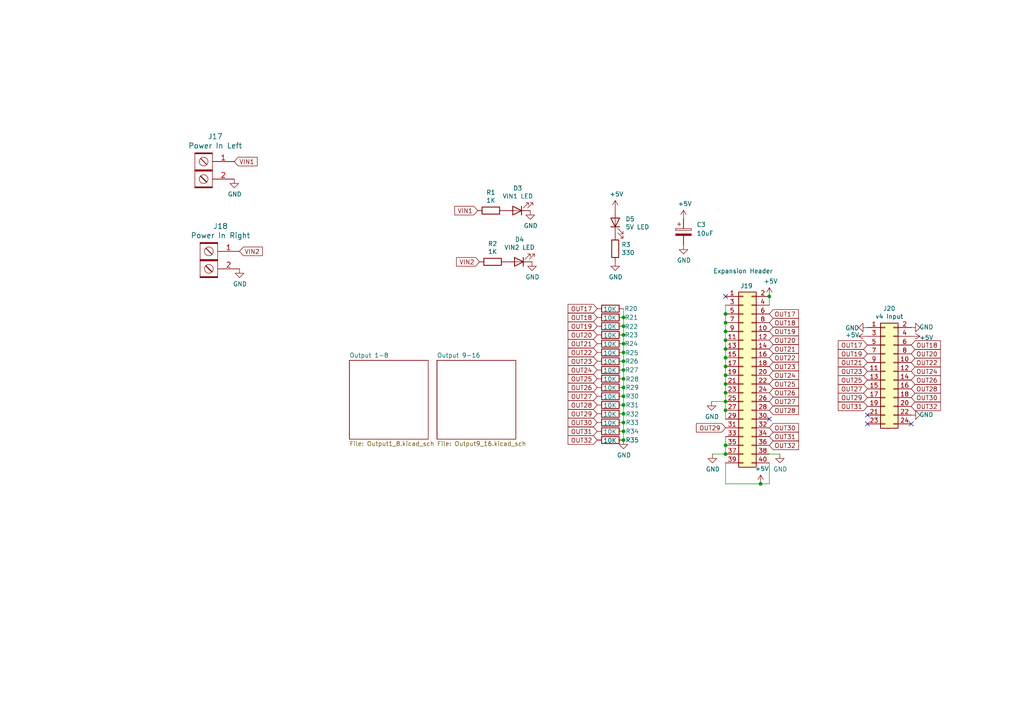
<source format=kicad_sch>
(kicad_sch (version 20211123) (generator eeschema)
  (paper "A4")
  (title_block (title "16 Expansion Dual SMD") (date "2022-06-05") (rev "v1") (company "Scott Hanson"))
  (lib_symbols
    (symbol "Barrier_Blocks:BARRIER_BLOCK_1ROW_2POS" (pin_names (offset 1.016) hide)
      (property "Reference" "TB" (at 0.127 -6.731 0))
      (property "Value" "BARRIER_BLOCK_1ROW_2POS" (at 0.254 6.35 0))
      (symbol "BARRIER_BLOCK_1ROW_2POS_0_1"
        (rectangle (start -2.54 5.08) (end 2.54 -5.08))
        (circle (center 0 -2.54) (radius 1.27))
        (polyline (pts (xy -2.54 -4.699) (xy -2.54 -5.08) (xy 2.54 -5.08) (xy 2.54 -4.699)) (fill (type outline)))
        (polyline (pts (xy -2.54 0.254) (xy -2.54 -0.254) (xy 2.54 -0.254) (xy 2.54 0.254)) (fill (type outline)))
        (polyline (pts (xy -2.54 4.699) (xy -2.54 5.08) (xy 2.54 5.08) (xy 2.54 4.699)) (fill (type outline)))
        (polyline (pts (xy -0.8382 -3.5052) (xy -0.9652 -3.3782) (xy 0.8128 -1.6002) (xy 0.9652 -1.7018) (xy -0.8382 -3.5052)) (fill (type outline)))
        (polyline (pts (xy -0.8382 1.5748) (xy -0.9652 1.6764) (xy -0.0508 2.5908) (xy 0.8382 3.4798) (xy 0.9652 3.3528) (xy 0.9652 3.3528)) (fill (type outline)))
        (circle (center 0 2.54) (radius 1.27))
      )
      (symbol "BARRIER_BLOCK_1ROW_2POS_1_1"
        (pin passive line (at -8.89 2.54 0) (length 6.35) (name "P1") (number "1"))
        (pin passive line (at -8.89 -2.54 0) (length 6.35) (name "P2") (number "2"))
      )
    )
    (symbol "Connector_Generic:Conn_02x12_Odd_Even" (pin_names (offset 1.016) hide)
      (property "Reference" "J" (at 1.27 15.24 0))
      (property "Value" "Conn_02x12_Odd_Even" (at 1.27 -17.78 0))
      (symbol "Conn_02x12_Odd_Even_1_1"
        (rectangle (start -1.27 -15.113) (end 0 -15.367) (stroke (width 0.1524)))
        (rectangle (start -1.27 -12.573) (end 0 -12.827) (stroke (width 0.1524)))
        (rectangle (start -1.27 -10.033) (end 0 -10.287) (stroke (width 0.1524)))
        (rectangle (start -1.27 -7.493) (end 0 -7.747) (stroke (width 0.1524)))
        (rectangle (start -1.27 -4.953) (end 0 -5.207) (stroke (width 0.1524)))
        (rectangle (start -1.27 -2.413) (end 0 -2.667) (stroke (width 0.1524)))
        (rectangle (start -1.27 0.127) (end 0 -0.127) (stroke (width 0.1524)))
        (rectangle (start -1.27 2.667) (end 0 2.413) (stroke (width 0.1524)))
        (rectangle (start -1.27 5.207) (end 0 4.953) (stroke (width 0.1524)))
        (rectangle (start -1.27 7.747) (end 0 7.493) (stroke (width 0.1524)))
        (rectangle (start -1.27 10.287) (end 0 10.033) (stroke (width 0.1524)))
        (rectangle (start -1.27 12.827) (end 0 12.573) (stroke (width 0.1524)))
        (rectangle (start -1.27 13.97) (end 3.81 -16.51) (stroke (width 0.254)) (fill (type background)))
        (rectangle (start 3.81 -15.113) (end 2.54 -15.367) (stroke (width 0.1524)))
        (rectangle (start 3.81 -12.573) (end 2.54 -12.827) (stroke (width 0.1524)))
        (rectangle (start 3.81 -10.033) (end 2.54 -10.287) (stroke (width 0.1524)))
        (rectangle (start 3.81 -7.493) (end 2.54 -7.747) (stroke (width 0.1524)))
        (rectangle (start 3.81 -4.953) (end 2.54 -5.207) (stroke (width 0.1524)))
        (rectangle (start 3.81 -2.413) (end 2.54 -2.667) (stroke (width 0.1524)))
        (rectangle (start 3.81 0.127) (end 2.54 -0.127) (stroke (width 0.1524)))
        (rectangle (start 3.81 2.667) (end 2.54 2.413) (stroke (width 0.1524)))
        (rectangle (start 3.81 5.207) (end 2.54 4.953) (stroke (width 0.1524)))
        (rectangle (start 3.81 7.747) (end 2.54 7.493) (stroke (width 0.1524)))
        (rectangle (start 3.81 10.287) (end 2.54 10.033) (stroke (width 0.1524)))
        (rectangle (start 3.81 12.827) (end 2.54 12.573) (stroke (width 0.1524)))
        (pin passive line (at -5.08 12.7 0) (length 3.81) (name "Pin_1") (number "1"))
        (pin passive line (at 7.62 2.54 180) (length 3.81) (name "Pin_10") (number "10"))
        (pin passive line (at -5.08 0 0) (length 3.81) (name "Pin_11") (number "11"))
        (pin passive line (at 7.62 0 180) (length 3.81) (name "Pin_12") (number "12"))
        (pin passive line (at -5.08 -2.54 0) (length 3.81) (name "Pin_13") (number "13"))
        (pin passive line (at 7.62 -2.54 180) (length 3.81) (name "Pin_14") (number "14"))
        (pin passive line (at -5.08 -5.08 0) (length 3.81) (name "Pin_15") (number "15"))
        (pin passive line (at 7.62 -5.08 180) (length 3.81) (name "Pin_16") (number "16"))
        (pin passive line (at -5.08 -7.62 0) (length 3.81) (name "Pin_17") (number "17"))
        (pin passive line (at 7.62 -7.62 180) (length 3.81) (name "Pin_18") (number "18"))
        (pin passive line (at -5.08 -10.16 0) (length 3.81) (name "Pin_19") (number "19"))
        (pin passive line (at 7.62 12.7 180) (length 3.81) (name "Pin_2") (number "2"))
        (pin passive line (at 7.62 -10.16 180) (length 3.81) (name "Pin_20") (number "20"))
        (pin passive line (at -5.08 -12.7 0) (length 3.81) (name "Pin_21") (number "21"))
        (pin passive line (at 7.62 -12.7 180) (length 3.81) (name "Pin_22") (number "22"))
        (pin passive line (at -5.08 -15.24 0) (length 3.81) (name "Pin_23") (number "23"))
        (pin passive line (at 7.62 -15.24 180) (length 3.81) (name "Pin_24") (number "24"))
        (pin passive line (at -5.08 10.16 0) (length 3.81) (name "Pin_3") (number "3"))
        (pin passive line (at 7.62 10.16 180) (length 3.81) (name "Pin_4") (number "4"))
        (pin passive line (at -5.08 7.62 0) (length 3.81) (name "Pin_5") (number "5"))
        (pin passive line (at 7.62 7.62 180) (length 3.81) (name "Pin_6") (number "6"))
        (pin passive line (at -5.08 5.08 0) (length 3.81) (name "Pin_7") (number "7"))
        (pin passive line (at 7.62 5.08 180) (length 3.81) (name "Pin_8") (number "8"))
        (pin passive line (at -5.08 2.54 0) (length 3.81) (name "Pin_9") (number "9"))
      )
    )
    (symbol "Connector_Generic:Conn_02x20_Odd_Even" (pin_names (offset 1.016) hide)
      (property "Reference" "J" (at 1.27 25.4 0))
      (property "Value" "Conn_02x20_Odd_Even" (at 1.27 -27.94 0))
      (symbol "Conn_02x20_Odd_Even_1_1"
        (rectangle (start -1.27 -25.273) (end 0 -25.527) (stroke (width 0.1524)))
        (rectangle (start -1.27 -22.733) (end 0 -22.987) (stroke (width 0.1524)))
        (rectangle (start -1.27 -20.193) (end 0 -20.447) (stroke (width 0.1524)))
        (rectangle (start -1.27 -17.653) (end 0 -17.907) (stroke (width 0.1524)))
        (rectangle (start -1.27 -15.113) (end 0 -15.367) (stroke (width 0.1524)))
        (rectangle (start -1.27 -12.573) (end 0 -12.827) (stroke (width 0.1524)))
        (rectangle (start -1.27 -10.033) (end 0 -10.287) (stroke (width 0.1524)))
        (rectangle (start -1.27 -7.493) (end 0 -7.747) (stroke (width 0.1524)))
        (rectangle (start -1.27 -4.953) (end 0 -5.207) (stroke (width 0.1524)))
        (rectangle (start -1.27 -2.413) (end 0 -2.667) (stroke (width 0.1524)))
        (rectangle (start -1.27 0.127) (end 0 -0.127) (stroke (width 0.1524)))
        (rectangle (start -1.27 2.667) (end 0 2.413) (stroke (width 0.1524)))
        (rectangle (start -1.27 5.207) (end 0 4.953) (stroke (width 0.1524)))
        (rectangle (start -1.27 7.747) (end 0 7.493) (stroke (width 0.1524)))
        (rectangle (start -1.27 10.287) (end 0 10.033) (stroke (width 0.1524)))
        (rectangle (start -1.27 12.827) (end 0 12.573) (stroke (width 0.1524)))
        (rectangle (start -1.27 15.367) (end 0 15.113) (stroke (width 0.1524)))
        (rectangle (start -1.27 17.907) (end 0 17.653) (stroke (width 0.1524)))
        (rectangle (start -1.27 20.447) (end 0 20.193) (stroke (width 0.1524)))
        (rectangle (start -1.27 22.987) (end 0 22.733) (stroke (width 0.1524)))
        (rectangle (start -1.27 24.13) (end 3.81 -26.67) (stroke (width 0.254)) (fill (type background)))
        (rectangle (start 3.81 -25.273) (end 2.54 -25.527) (stroke (width 0.1524)))
        (rectangle (start 3.81 -22.733) (end 2.54 -22.987) (stroke (width 0.1524)))
        (rectangle (start 3.81 -20.193) (end 2.54 -20.447) (stroke (width 0.1524)))
        (rectangle (start 3.81 -17.653) (end 2.54 -17.907) (stroke (width 0.1524)))
        (rectangle (start 3.81 -15.113) (end 2.54 -15.367) (stroke (width 0.1524)))
        (rectangle (start 3.81 -12.573) (end 2.54 -12.827) (stroke (width 0.1524)))
        (rectangle (start 3.81 -10.033) (end 2.54 -10.287) (stroke (width 0.1524)))
        (rectangle (start 3.81 -7.493) (end 2.54 -7.747) (stroke (width 0.1524)))
        (rectangle (start 3.81 -4.953) (end 2.54 -5.207) (stroke (width 0.1524)))
        (rectangle (start 3.81 -2.413) (end 2.54 -2.667) (stroke (width 0.1524)))
        (rectangle (start 3.81 0.127) (end 2.54 -0.127) (stroke (width 0.1524)))
        (rectangle (start 3.81 2.667) (end 2.54 2.413) (stroke (width 0.1524)))
        (rectangle (start 3.81 5.207) (end 2.54 4.953) (stroke (width 0.1524)))
        (rectangle (start 3.81 7.747) (end 2.54 7.493) (stroke (width 0.1524)))
        (rectangle (start 3.81 10.287) (end 2.54 10.033) (stroke (width 0.1524)))
        (rectangle (start 3.81 12.827) (end 2.54 12.573) (stroke (width 0.1524)))
        (rectangle (start 3.81 15.367) (end 2.54 15.113) (stroke (width 0.1524)))
        (rectangle (start 3.81 17.907) (end 2.54 17.653) (stroke (width 0.1524)))
        (rectangle (start 3.81 20.447) (end 2.54 20.193) (stroke (width 0.1524)))
        (rectangle (start 3.81 22.987) (end 2.54 22.733) (stroke (width 0.1524)))
        (pin passive line (at -5.08 22.86 0) (length 3.81) (name "Pin_1") (number "1"))
        (pin passive line (at 7.62 12.7 180) (length 3.81) (name "Pin_10") (number "10"))
        (pin passive line (at -5.08 10.16 0) (length 3.81) (name "Pin_11") (number "11"))
        (pin passive line (at 7.62 10.16 180) (length 3.81) (name "Pin_12") (number "12"))
        (pin passive line (at -5.08 7.62 0) (length 3.81) (name "Pin_13") (number "13"))
        (pin passive line (at 7.62 7.62 180) (length 3.81) (name "Pin_14") (number "14"))
        (pin passive line (at -5.08 5.08 0) (length 3.81) (name "Pin_15") (number "15"))
        (pin passive line (at 7.62 5.08 180) (length 3.81) (name "Pin_16") (number "16"))
        (pin passive line (at -5.08 2.54 0) (length 3.81) (name "Pin_17") (number "17"))
        (pin passive line (at 7.62 2.54 180) (length 3.81) (name "Pin_18") (number "18"))
        (pin passive line (at -5.08 0 0) (length 3.81) (name "Pin_19") (number "19"))
        (pin passive line (at 7.62 22.86 180) (length 3.81) (name "Pin_2") (number "2"))
        (pin passive line (at 7.62 0 180) (length 3.81) (name "Pin_20") (number "20"))
        (pin passive line (at -5.08 -2.54 0) (length 3.81) (name "Pin_21") (number "21"))
        (pin passive line (at 7.62 -2.54 180) (length 3.81) (name "Pin_22") (number "22"))
        (pin passive line (at -5.08 -5.08 0) (length 3.81) (name "Pin_23") (number "23"))
        (pin passive line (at 7.62 -5.08 180) (length 3.81) (name "Pin_24") (number "24"))
        (pin passive line (at -5.08 -7.62 0) (length 3.81) (name "Pin_25") (number "25"))
        (pin passive line (at 7.62 -7.62 180) (length 3.81) (name "Pin_26") (number "26"))
        (pin passive line (at -5.08 -10.16 0) (length 3.81) (name "Pin_27") (number "27"))
        (pin passive line (at 7.62 -10.16 180) (length 3.81) (name "Pin_28") (number "28"))
        (pin passive line (at -5.08 -12.7 0) (length 3.81) (name "Pin_29") (number "29"))
        (pin passive line (at -5.08 20.32 0) (length 3.81) (name "Pin_3") (number "3"))
        (pin passive line (at 7.62 -12.7 180) (length 3.81) (name "Pin_30") (number "30"))
        (pin passive line (at -5.08 -15.24 0) (length 3.81) (name "Pin_31") (number "31"))
        (pin passive line (at 7.62 -15.24 180) (length 3.81) (name "Pin_32") (number "32"))
        (pin passive line (at -5.08 -17.78 0) (length 3.81) (name "Pin_33") (number "33"))
        (pin passive line (at 7.62 -17.78 180) (length 3.81) (name "Pin_34") (number "34"))
        (pin passive line (at -5.08 -20.32 0) (length 3.81) (name "Pin_35") (number "35"))
        (pin passive line (at 7.62 -20.32 180) (length 3.81) (name "Pin_36") (number "36"))
        (pin passive line (at -5.08 -22.86 0) (length 3.81) (name "Pin_37") (number "37"))
        (pin passive line (at 7.62 -22.86 180) (length 3.81) (name "Pin_38") (number "38"))
        (pin passive line (at -5.08 -25.4 0) (length 3.81) (name "Pin_39") (number "39"))
        (pin passive line (at 7.62 20.32 180) (length 3.81) (name "Pin_4") (number "4"))
        (pin passive line (at 7.62 -25.4 180) (length 3.81) (name "Pin_40") (number "40"))
        (pin passive line (at -5.08 17.78 0) (length 3.81) (name "Pin_5") (number "5"))
        (pin passive line (at 7.62 17.78 180) (length 3.81) (name "Pin_6") (number "6"))
        (pin passive line (at -5.08 15.24 0) (length 3.81) (name "Pin_7") (number "7"))
        (pin passive line (at 7.62 15.24 180) (length 3.81) (name "Pin_8") (number "8"))
        (pin passive line (at -5.08 12.7 0) (length 3.81) (name "Pin_9") (number "9"))
      )
    )
    (symbol "Device:C_Polarized" (pin_numbers hide) (pin_names (offset 0.254))
      (property "Reference" "C" (at 0.635 2.54 0))
      (property "Value" "C_Polarized" (at 0.635 -2.54 0))
      (symbol "C_Polarized_0_1"
        (rectangle (start -2.286 0.508) (end 2.286 1.016))
        (polyline (pts (xy -1.778 2.286) (xy -0.762 2.286)))
        (polyline (pts (xy -1.27 2.794) (xy -1.27 1.778)))
        (rectangle (start 2.286 -0.508) (end -2.286 -1.016) (fill (type outline)))
      )
      (symbol "C_Polarized_1_1"
        (pin passive line (at 0 3.81 270) (length 2.794) (name "~") (number "1"))
        (pin passive line (at 0 -3.81 90) (length 2.794) (name "~") (number "2"))
      )
    )
    (symbol "Device:LED" (pin_numbers hide) (pin_names (offset 1.016) hide)
      (property "Reference" "D" (at 0 2.54 0))
      (property "Value" "LED" (at 0 -2.54 0))
      (symbol "LED_0_1"
        (polyline (pts (xy -1.27 -1.27) (xy -1.27 1.27)) (stroke (width 0.254)))
        (polyline (pts (xy -1.27 0) (xy 1.27 0)))
        (polyline (pts (xy 1.27 -1.27) (xy 1.27 1.27) (xy -1.27 0) (xy 1.27 -1.27)) (stroke (width 0.254)))
        (polyline (pts (xy -3.048 -0.762) (xy -4.572 -2.286) (xy -3.81 -2.286) (xy -4.572 -2.286) (xy -4.572 -1.524)))
        (polyline (pts (xy -1.778 -0.762) (xy -3.302 -2.286) (xy -2.54 -2.286) (xy -3.302 -2.286) (xy -3.302 -1.524)))
      )
      (symbol "LED_1_1"
        (pin passive line (at -3.81 0 0) (length 2.54) (name "K") (number "1"))
        (pin passive line (at 3.81 0 180) (length 2.54) (name "A") (number "2"))
      )
    )
    (symbol "Device:R" (pin_numbers hide) (pin_names (offset 0))
      (property "Reference" "R" (at 2.032 0 90))
      (property "Value" "R" (at 0 0 90))
      (symbol "R_0_1"
        (rectangle (start -1.016 -2.54) (end 1.016 2.54) (stroke (width 0.254)))
      )
      (symbol "R_1_1"
        (pin passive line (at 0 3.81 270) (length 1.27) (name "~") (number "1"))
        (pin passive line (at 0 -3.81 90) (length 1.27) (name "~") (number "2"))
      )
    )
    (symbol "power:+5V" (power) (pin_names (offset 0))
      (property "Value" "+5V" (at 0 3.556 0))
      (symbol "+5V_0_1"
        (polyline (pts (xy -0.762 1.27) (xy 0 2.54)))
        (polyline (pts (xy 0 0) (xy 0 2.54)))
        (polyline (pts (xy 0 2.54) (xy 0.762 1.27)))
      )
      (symbol "+5V_1_1"
        (pin power_in line (at 0 0 90) (length 0) hide (name "+5V") (number "1"))
      )
    )
    (symbol "power:GND" (power) (pin_names (offset 0))
      (property "Value" "GND" (at 0 -3.81 0))
      (symbol "GND_0_1"
        (polyline (pts (xy 0 0) (xy 0 -1.27) (xy 1.27 -1.27) (xy 0 -2.54) (xy -1.27 -1.27) (xy 0 -1.27)))
      )
      (symbol "GND_1_1"
        (pin power_in line (at 0 0 270) (length 0) hide (name "GND") (number "1"))
      )
    )
  )
  (junction (at 180.848 92.075))
  (junction (at 180.848 102.235))
  (junction (at 180.848 122.555))
  (junction (at 210.439 91.059))
  (junction (at 210.439 113.919))
  (junction (at 180.848 120.015))
  (junction (at 210.439 93.599))
  (junction (at 210.439 131.699))
  (junction (at 180.848 109.855))
  (junction (at 180.848 97.155))
  (junction (at 180.848 112.395))
  (junction (at 210.439 106.299))
  (junction (at 210.439 108.839))
  (junction (at 210.439 103.759))
  (junction (at 210.439 98.679))
  (junction (at 210.439 116.459))
  (junction (at 210.439 96.139))
  (junction (at 180.848 107.315))
  (junction (at 220.599 140.335))
  (junction (at 180.848 104.775))
  (junction (at 180.848 117.475))
  (junction (at 180.848 99.695))
  (junction (at 210.439 111.379))
  (junction (at 180.848 114.935))
  (junction (at 180.848 127.635))
  (junction (at 180.848 94.615))
  (junction (at 210.439 129.159))
  (junction (at 210.439 118.999))
  (junction (at 210.439 101.219))
  (junction (at 223.139 85.979))
  (junction (at 180.848 125.095))
  (no_connect (at 264.287 122.936))
  (no_connect (at 223.139 121.539))
  (no_connect (at 251.587 120.396))
  (no_connect (at 251.587 122.936))
  (no_connect (at 210.439 85.979))
  (wire (pts (xy 180.848 97.155) (xy 180.848 99.695)))
  (wire (pts (xy 223.139 134.239) (xy 223.139 140.335)))
  (wire (pts (xy 180.848 94.615) (xy 180.848 97.155)))
  (wire (pts (xy 180.848 99.695) (xy 180.848 102.235)))
  (wire (pts (xy 180.848 109.855) (xy 180.848 112.395)))
  (wire (pts (xy 210.439 91.059) (xy 210.439 93.599)))
  (wire (pts (xy 180.848 107.315) (xy 180.848 109.855)))
  (wire (pts (xy 210.439 98.679) (xy 210.439 101.219)))
  (wire (pts (xy 210.439 101.219) (xy 210.439 103.759)))
  (wire (pts (xy 210.439 96.139) (xy 210.439 98.679)))
  (wire (pts (xy 220.599 140.335) (xy 210.439 140.335)))
  (wire (pts (xy 210.439 111.379) (xy 210.439 113.919)))
  (wire (pts (xy 180.848 112.395) (xy 180.848 114.935)))
  (wire (pts (xy 210.439 118.999) (xy 210.439 121.539)))
  (wire (pts (xy 180.848 114.935) (xy 180.848 117.475)))
  (wire (pts (xy 180.848 104.775) (xy 180.848 107.315)))
  (wire (pts (xy 210.439 126.619) (xy 210.439 129.159)))
  (wire (pts (xy 180.848 125.095) (xy 180.848 127.635)))
  (wire (pts (xy 210.439 113.919) (xy 210.439 116.459)))
  (wire (pts (xy 210.439 116.459) (xy 206.375 116.459)))
  (wire (pts (xy 180.848 117.475) (xy 180.848 120.015)))
  (wire (pts (xy 180.848 120.015) (xy 180.848 122.555)))
  (wire (pts (xy 180.848 102.235) (xy 180.848 104.775)))
  (wire (pts (xy 210.439 134.239) (xy 210.439 140.335)))
  (wire (pts (xy 210.439 131.699) (xy 206.629 131.699)))
  (wire (pts (xy 223.139 85.979) (xy 223.139 88.519)))
  (wire (pts (xy 210.439 103.759) (xy 210.439 106.299)))
  (wire (pts (xy 180.848 122.555) (xy 180.848 125.095)))
  (wire (pts (xy 210.439 93.599) (xy 210.439 96.139)))
  (wire (pts (xy 180.848 89.535) (xy 180.848 92.075)))
  (wire (pts (xy 223.139 131.699) (xy 226.187 131.699)))
  (wire (pts (xy 210.439 106.299) (xy 210.439 108.839)))
  (wire (pts (xy 210.439 116.459) (xy 210.439 118.999)))
  (wire (pts (xy 210.439 129.159) (xy 210.439 131.699)))
  (wire (pts (xy 223.139 140.335) (xy 220.599 140.335)))
  (wire (pts (xy 180.848 92.075) (xy 180.848 94.615)))
  (wire (pts (xy 210.439 88.519) (xy 210.439 91.059)))
  (wire (pts (xy 210.439 108.839) (xy 210.439 111.379)))
  (global_label "OUT23" (shape input) (at 173.228 104.775 180) (property "Intersheet References" "${INTERSHEET_REFS}" (effects hide)))
  (global_label "OUT20" (shape input) (at 223.139 98.679 0) (property "Intersheet References" "${INTERSHEET_REFS}" (effects hide)))
  (global_label "VIN2" (shape input) (at 69.469 72.898 0) (property "Intersheet References" "${INTERSHEET_REFS}" (effects hide)))
  (global_label "OUT29" (shape input) (at 173.228 120.015 180) (property "Intersheet References" "${INTERSHEET_REFS}" (effects hide)))
  (global_label "OUT21" (shape input) (at 173.228 99.695 180) (property "Intersheet References" "${INTERSHEET_REFS}" (effects hide)))
  (global_label "VIN1" (shape input) (at 67.945 46.863 0) (property "Intersheet References" "${INTERSHEET_REFS}" (effects hide)))
  (global_label "OUT21" (shape input) (at 251.587 105.156 180) (property "Intersheet References" "${INTERSHEET_REFS}" (effects hide)))
  (global_label "OUT25" (shape input) (at 251.587 110.236 180) (property "Intersheet References" "${INTERSHEET_REFS}" (effects hide)))
  (global_label "OUT27" (shape input) (at 173.228 114.935 180) (property "Intersheet References" "${INTERSHEET_REFS}" (effects hide)))
  (global_label "OUT26" (shape input) (at 264.287 110.236 0) (property "Intersheet References" "${INTERSHEET_REFS}" (effects hide)))
  (global_label "OUT22" (shape input) (at 223.139 103.759 0) (property "Intersheet References" "${INTERSHEET_REFS}" (effects hide)))
  (global_label "OUT26" (shape input) (at 173.228 112.395 180) (property "Intersheet References" "${INTERSHEET_REFS}" (effects hide)))
  (global_label "OUT30" (shape input) (at 173.228 122.555 180) (property "Intersheet References" "${INTERSHEET_REFS}" (effects hide)))
  (global_label "OUT17" (shape input) (at 251.587 100.076 180) (property "Intersheet References" "${INTERSHEET_REFS}" (effects hide)))
  (global_label "OUT18" (shape input) (at 223.139 93.599 0) (property "Intersheet References" "${INTERSHEET_REFS}" (effects hide)))
  (global_label "OUT18" (shape input) (at 173.228 92.075 180) (property "Intersheet References" "${INTERSHEET_REFS}" (effects hide)))
  (global_label "OUT24" (shape input) (at 173.228 107.315 180) (property "Intersheet References" "${INTERSHEET_REFS}" (effects hide)))
  (global_label "OUT17" (shape input) (at 223.139 91.059 0) (property "Intersheet References" "${INTERSHEET_REFS}" (effects hide)))
  (global_label "OUT28" (shape input) (at 264.287 112.776 0) (property "Intersheet References" "${INTERSHEET_REFS}" (effects hide)))
  (global_label "OUT30" (shape input) (at 264.287 115.316 0) (property "Intersheet References" "${INTERSHEET_REFS}" (effects hide)))
  (global_label "OUT19" (shape input) (at 251.587 102.616 180) (property "Intersheet References" "${INTERSHEET_REFS}" (effects hide)))
  (global_label "OUT31" (shape input) (at 173.228 125.095 180) (property "Intersheet References" "${INTERSHEET_REFS}" (effects hide)))
  (global_label "OUT32" (shape input) (at 173.228 127.635 180) (property "Intersheet References" "${INTERSHEET_REFS}" (effects hide)))
  (global_label "OUT19" (shape input) (at 173.228 94.615 180) (property "Intersheet References" "${INTERSHEET_REFS}" (effects hide)))
  (global_label "OUT29" (shape input) (at 251.587 115.316 180) (property "Intersheet References" "${INTERSHEET_REFS}" (effects hide)))
  (global_label "OUT26" (shape input) (at 223.139 113.919 0) (property "Intersheet References" "${INTERSHEET_REFS}" (effects hide)))
  (global_label "OUT23" (shape input) (at 223.139 106.299 0) (property "Intersheet References" "${INTERSHEET_REFS}" (effects hide)))
  (global_label "OUT24" (shape input) (at 264.287 107.696 0) (property "Intersheet References" "${INTERSHEET_REFS}" (effects hide)))
  (global_label "OUT30" (shape input) (at 223.139 124.079 0) (property "Intersheet References" "${INTERSHEET_REFS}" (effects hide)))
  (global_label "OUT31" (shape input) (at 223.139 126.619 0) (property "Intersheet References" "${INTERSHEET_REFS}" (effects hide)))
  (global_label "OUT19" (shape input) (at 223.139 96.139 0) (property "Intersheet References" "${INTERSHEET_REFS}" (effects hide)))
  (global_label "OUT21" (shape input) (at 223.139 101.219 0) (property "Intersheet References" "${INTERSHEET_REFS}" (effects hide)))
  (global_label "OUT20" (shape input) (at 173.228 97.155 180) (property "Intersheet References" "${INTERSHEET_REFS}" (effects hide)))
  (global_label "OUT28" (shape input) (at 223.139 118.999 0) (property "Intersheet References" "${INTERSHEET_REFS}" (effects hide)))
  (global_label "VIN2" (shape input) (at 139.065 75.946 180) (property "Intersheet References" "${INTERSHEET_REFS}" (effects hide)))
  (global_label "OUT25" (shape input) (at 223.139 111.379 0) (property "Intersheet References" "${INTERSHEET_REFS}" (effects hide)))
  (global_label "OUT25" (shape input) (at 173.228 109.855 180) (property "Intersheet References" "${INTERSHEET_REFS}" (effects hide)))
  (global_label "OUT22" (shape input) (at 264.287 105.156 0) (property "Intersheet References" "${INTERSHEET_REFS}" (effects hide)))
  (global_label "OUT31" (shape input) (at 251.587 117.856 180) (property "Intersheet References" "${INTERSHEET_REFS}" (effects hide)))
  (global_label "OUT32" (shape input) (at 264.287 117.856 0) (property "Intersheet References" "${INTERSHEET_REFS}" (effects hide)))
  (global_label "OUT27" (shape input) (at 251.587 112.776 180) (property "Intersheet References" "${INTERSHEET_REFS}" (effects hide)))
  (global_label "OUT17" (shape input) (at 173.228 89.535 180) (property "Intersheet References" "${INTERSHEET_REFS}" (effects hide)))
  (global_label "OUT24" (shape input) (at 223.139 108.839 0) (property "Intersheet References" "${INTERSHEET_REFS}" (effects hide)))
  (global_label "OUT20" (shape input) (at 264.287 102.616 0) (property "Intersheet References" "${INTERSHEET_REFS}" (effects hide)))
  (global_label "OUT22" (shape input) (at 173.228 102.235 180) (property "Intersheet References" "${INTERSHEET_REFS}" (effects hide)))
  (global_label "OUT32" (shape input) (at 223.139 129.159 0) (property "Intersheet References" "${INTERSHEET_REFS}" (effects hide)))
  (global_label "OUT23" (shape input) (at 251.587 107.696 180) (property "Intersheet References" "${INTERSHEET_REFS}" (effects hide)))
  (global_label "OUT18" (shape input) (at 264.287 100.076 0) (property "Intersheet References" "${INTERSHEET_REFS}" (effects hide)))
  (global_label "OUT29" (shape input) (at 210.439 124.079 180) (property "Intersheet References" "${INTERSHEET_REFS}" (effects hide)))
  (global_label "OUT27" (shape input) (at 223.139 116.459 0) (property "Intersheet References" "${INTERSHEET_REFS}" (effects hide)))
  (global_label "VIN1" (shape input) (at 138.557 61.087 180) (property "Intersheet References" "${INTERSHEET_REFS}" (effects hide)))
  (global_label "OUT28" (shape input) (at 173.228 117.475 180) (property "Intersheet References" "${INTERSHEET_REFS}" (effects hide)))
  (symbol (lib_id "power:GND") (at 67.945 51.943 0) (unit 1)
    (property "Reference" "#PWR0101" (effects hide))
    (property "Value" "GND" (at 68.072 56.3372 0))
  )
  (symbol (lib_id "Connector_Generic:Conn_02x20_Odd_Even") (at 215.519 108.839 0) (unit 1)
    (property "Reference" "J19" (at 216.535 82.931 0))
    (property "Value" "Expansion Header" (at 215.519 78.613 0))
    (property "Footprint" "Connector_IDC:IDC-Header_2x20_P2.54mm_Vertical" (effects hide))
    (property "Digi-Key_PN" "S9175-ND" (effects hide))
    (property "MPN" "SBH11-PBPC-D20-ST-BK" (effects hide))
    (property "LCSC" "C9138" (effects hide))
  )
  (symbol (lib_id "power:GND") (at 206.629 131.699 0) (unit 1)
    (property "Reference" "#PWR044" (effects hide))
    (property "Value" "GND" (at 206.756 136.0932 0))
  )
  (symbol (lib_id "power:GND") (at 226.187 131.699 0) (unit 1)
    (property "Reference" "#PWR0105" (effects hide))
    (property "Value" "GND" (at 226.314 136.0932 0))
  )
  (symbol (lib_id "power:+5V") (at 220.599 140.335 0) (unit 1)
    (property "Reference" "#PWR0106" (effects hide))
    (property "Value" "+5V" (at 220.98 135.9408 0))
  )
  (symbol (lib_id "power:+5V") (at 223.139 85.979 0) (unit 1)
    (property "Reference" "#PWR0107" (effects hide))
    (property "Value" "+5V" (at 223.52 81.5848 0))
  )
  (symbol (lib_id "power:GND") (at 69.469 77.978 0) (unit 1)
    (property "Reference" "#PWR02" (effects hide))
    (property "Value" "GND" (at 69.596 82.3722 0))
  )
  (symbol (lib_id "power:GND") (at 206.375 116.459 0) (unit 1)
    (property "Reference" "#PWR0110" (effects hide))
    (property "Value" "GND" (at 206.502 120.8532 0))
  )
  (symbol (lib_id "Device:LED") (at 149.987 61.087 180) (unit 1)
    (property "Reference" "D3" (at 150.1648 54.61 0))
    (property "Value" "VIN1 LED" (at 150.1648 56.9214 0))
    (property "Footprint" "LED_SMD:LED_0603_1608Metric_Pad1.05x0.95mm_HandSolder" (effects hide))
    (property "Digi-Key_PN" "160-1436-2-ND" (effects hide))
    (property "MPN" "LTST-C190KRKT" (effects hide))
    (property "LCSC" "C2286" (effects hide))
  )
  (symbol (lib_id "Device:LED") (at 150.495 75.946 180) (unit 1)
    (property "Reference" "D4" (at 150.6728 69.469 0))
    (property "Value" "VIN2 LED" (at 150.6728 71.7804 0))
    (property "Footprint" "LED_SMD:LED_0603_1608Metric_Pad1.05x0.95mm_HandSolder" (effects hide))
    (property "Digi-Key_PN" "160-1436-2-ND" (effects hide))
    (property "MPN" "LTST-C190KRKT" (effects hide))
    (property "LCSC" "C2286" (effects hide))
  )
  (symbol (lib_id "Device:R") (at 142.367 61.087 270) (unit 1)
    (property "Reference" "R1" (at 142.367 55.8292 90))
    (property "Value" "1K" (at 142.367 58.1406 90))
    (property "Footprint" "Resistor_SMD:R_0603_1608Metric_Pad0.98x0.95mm_HandSolder" (effects hide))
    (property "Digi-Key_PN" "311-1.00KHRTR-ND" (effects hide))
    (property "MPN" "RC0603FR-071KL" (effects hide))
    (property "LCSC" "C21190" (effects hide))
  )
  (symbol (lib_id "Device:R") (at 142.875 75.946 270) (unit 1)
    (property "Reference" "R2" (at 142.875 70.6882 90))
    (property "Value" "1K" (at 142.875 72.9996 90))
    (property "Footprint" "Resistor_SMD:R_0603_1608Metric_Pad0.98x0.95mm_HandSolder" (effects hide))
    (property "Digi-Key_PN" "311-1.00KHRTR-ND" (effects hide))
    (property "MPN" "RC0603FR-071KL" (effects hide))
    (property "LCSC" "C21190" (effects hide))
  )
  (symbol (lib_id "power:GND") (at 153.797 61.087 0) (unit 1)
    (property "Reference" "#PWR0111" (effects hide))
    (property "Value" "GND" (at 153.924 65.4812 0))
  )
  (symbol (lib_id "power:GND") (at 154.305 75.946 0) (unit 1)
    (property "Reference" "#PWR0112" (effects hide))
    (property "Value" "GND" (at 154.432 80.3402 0))
  )
  (symbol (lib_id "Device:R") (at 178.435 72.136 180) (unit 1)
    (property "Reference" "R3" (at 180.213 70.9676 0) (effects (justify right)))
    (property "Value" "330" (at 180.213 73.279 0) (effects (justify right)))
    (property "Footprint" "Resistor_SMD:R_0603_1608Metric_Pad0.98x0.95mm_HandSolder" (effects hide))
    (property "Digi-Key_PN" "RMCF0603JT330RCT-ND" (effects hide))
    (property "MPN" "RMCF0603JT330R" (effects hide))
    (property "LCSC" "C23138" (effects hide))
  )
  (symbol (lib_id "Device:LED") (at 178.435 64.516 90) (unit 1)
    (property "Reference" "D5" (at 181.4068 63.5254 90) (effects (justify right)))
    (property "Value" "5V LED" (at 181.4068 65.8368 90) (effects (justify right)))
    (property "Footprint" "LED_SMD:LED_0603_1608Metric_Pad1.05x0.95mm_HandSolder" (effects hide))
    (property "Digi-Key_PN" "160-1436-2-ND" (effects hide))
    (property "MPN" "LTST-C190KRKT" (effects hide))
    (property "LCSC" "C2286" (effects hide))
  )
  (symbol (lib_id "power:+5V") (at 178.435 60.706 0) (unit 1)
    (property "Reference" "#PWR040" (effects hide))
    (property "Value" "+5V" (at 178.816 56.3118 0))
  )
  (symbol (lib_id "power:GND") (at 178.435 75.946 0) (unit 1)
    (property "Reference" "#PWR052" (effects hide))
    (property "Value" "GND" (at 178.562 80.3402 0))
  )
  (symbol (lib_id "Barrier_Blocks:BARRIER_BLOCK_1ROW_2POS") (at 59.055 49.403 0) (mirror y) (unit 1)
    (property "Reference" "J17" (at 62.4332 39.5732 0) (effects (font (size 1.524 1.524))))
    (property "Value" "Power In Left" (at 62.4332 42.2656 0) (effects (font (size 1.524 1.524))))
    (property "Footprint" "Barrier_Blocks:BARRIER_BLOCK_1ROW_2POS_P9.5MM" (effects hide))
    (property "Digi-Key_PN" "ED2953-ND" (effects hide))
    (property "MPN" "OSTYK51102030" (effects hide))
    (property "LCSC" "C707421" (effects hide))
  )
  (symbol (lib_id "Barrier_Blocks:BARRIER_BLOCK_1ROW_2POS") (at 60.579 75.438 0) (mirror y) (unit 1)
    (property "Reference" "J18" (at 63.9572 65.6082 0) (effects (font (size 1.524 1.524))))
    (property "Value" "Power In Right" (at 63.9572 68.3006 0) (effects (font (size 1.524 1.524))))
    (property "Footprint" "Barrier_Blocks:BARRIER_BLOCK_1ROW_2POS_P9.5MM" (effects hide))
    (property "Digi-Key_PN" "ED2953-ND" (effects hide))
    (property "MPN" "OSTYK51102030" (effects hide))
    (property "LCSC" "C707421" (effects hide))
  )
  (symbol (lib_id "Device:C_Polarized") (at 198.247 67.31 0) (unit 1)
    (property "Reference" "C3" (at 202.057 65.1509 0) (effects (justify left)))
    (property "Value" "10uF" (at 202.057 67.6909 0) (effects (justify left)))
    (property "Footprint" "Capacitor_SMD:CP_Elec_4x5.3" (effects hide))
    (property "LCSC" "C72485" (effects hide))
    (property "Digi-Key_PN" "493-2173-1-ND" (effects hide))
    (property "MPN" "UWT1C100MCL1GB" (effects hide))
  )
  (symbol (lib_id "Device:R") (at 177.038 102.235 90) (unit 1)
    (property "Reference" "R25" (at 183.261 102.362 90))
    (property "Value" "10K" (at 176.911 102.362 90))
    (property "Footprint" "Resistor_SMD:R_0603_1608Metric_Pad0.98x0.95mm_HandSolder" (effects hide))
    (property "Digi-Key_PN" "311-10.0KHRCT-ND" (effects hide))
    (property "LCSC" "C25804" (effects hide))
    (property "MPN" "RC0603FR-0710KL" (effects hide))
  )
  (symbol (lib_id "power:GND") (at 198.247 71.12 0) (unit 1)
    (property "Reference" "#PWR0104" (effects hide))
    (property "Value" "GND" (at 198.374 75.5142 0))
  )
  (symbol (lib_id "Connector_Generic:Conn_02x12_Odd_Even") (at 256.667 107.696 0) (unit 1)
    (property "Reference" "J20" (at 257.937 89.4842 0))
    (property "Value" "v4 Input" (at 257.937 91.7956 0))
    (property "Footprint" "302-S241:OST_302-S241" (effects hide))
    (property "Digi-Key_PN" "ED10525-ND" (effects hide))
    (property "MPN" "302-S241" (effects hide))
    (property "LCSC" "C221083" (effects hide))
  )
  (symbol (lib_id "Device:R") (at 177.038 109.855 90) (unit 1)
    (property "Reference" "R28" (at 183.388 109.982 90))
    (property "Value" "10K" (at 176.911 109.982 90))
    (property "Footprint" "Resistor_SMD:R_0603_1608Metric_Pad0.98x0.95mm_HandSolder" (effects hide))
    (property "Digi-Key_PN" "311-10.0KHRCT-ND" (effects hide))
    (property "LCSC" "C25804" (effects hide))
    (property "MPN" "RC0603FR-0710KL" (effects hide))
  )
  (symbol (lib_id "Device:R") (at 177.038 122.555 90) (unit 1)
    (property "Reference" "R33" (at 183.388 122.555 90))
    (property "Value" "10K" (at 176.911 122.682 90))
    (property "Footprint" "Resistor_SMD:R_0603_1608Metric_Pad0.98x0.95mm_HandSolder" (effects hide))
    (property "Digi-Key_PN" "311-10.0KHRCT-ND" (effects hide))
    (property "LCSC" "C25804" (effects hide))
    (property "MPN" "RC0603FR-0710KL" (effects hide))
  )
  (symbol (lib_id "Device:R") (at 177.038 104.775 90) (unit 1)
    (property "Reference" "R26" (at 183.261 104.775 90))
    (property "Value" "10K" (at 176.911 104.902 90))
    (property "Footprint" "Resistor_SMD:R_0603_1608Metric_Pad0.98x0.95mm_HandSolder" (effects hide))
    (property "Digi-Key_PN" "311-10.0KHRCT-ND" (effects hide))
    (property "LCSC" "C25804" (effects hide))
    (property "MPN" "RC0603FR-0710KL" (effects hide))
  )
  (symbol (lib_id "power:+5V") (at 251.587 97.536 90) (unit 1)
    (property "Reference" "#PWR04" (effects hide))
    (property "Value" "+5V" (at 247.1928 97.155 90))
  )
  (symbol (lib_id "power:GND") (at 251.587 94.996 270) (unit 1)
    (property "Reference" "#PWR03" (effects hide))
    (property "Value" "GND" (at 247.1928 95.123 90))
  )
  (symbol (lib_id "power:+5V") (at 264.287 97.536 270) (unit 1)
    (property "Reference" "#PWR06" (effects hide))
    (property "Value" "+5V" (at 268.6812 97.917 90))
  )
  (symbol (lib_id "Device:R") (at 177.038 107.315 90) (unit 1)
    (property "Reference" "R27" (at 183.261 107.315 90))
    (property "Value" "10K" (at 176.911 107.442 90))
    (property "Footprint" "Resistor_SMD:R_0603_1608Metric_Pad0.98x0.95mm_HandSolder" (effects hide))
    (property "Digi-Key_PN" "311-10.0KHRCT-ND" (effects hide))
    (property "LCSC" "C25804" (effects hide))
    (property "MPN" "RC0603FR-0710KL" (effects hide))
  )
  (symbol (lib_id "Device:R") (at 177.038 94.615 90) (unit 1)
    (property "Reference" "R22" (at 183.134 94.742 90))
    (property "Value" "10K" (at 176.911 94.742 90))
    (property "Footprint" "Resistor_SMD:R_0603_1608Metric_Pad0.98x0.95mm_HandSolder" (effects hide))
    (property "Digi-Key_PN" "311-10.0KHRCT-ND" (effects hide))
    (property "LCSC" "C25804" (effects hide))
    (property "MPN" "RC0603FR-0710KL" (effects hide))
  )
  (symbol (lib_id "power:GND") (at 264.287 94.996 90) (unit 1)
    (property "Reference" "#PWR05" (effects hide))
    (property "Value" "GND" (at 268.6812 94.869 90))
  )
  (symbol (lib_id "power:GND") (at 180.848 127.635 0) (unit 1)
    (property "Reference" "#PWR01" (effects hide))
    (property "Value" "GND" (at 180.975 132.0292 0))
  )
  (symbol (lib_id "Device:R") (at 177.038 112.395 90) (unit 1)
    (property "Reference" "R29" (at 183.388 112.395 90))
    (property "Value" "10K" (at 176.911 112.522 90))
    (property "Footprint" "Resistor_SMD:R_0603_1608Metric_Pad0.98x0.95mm_HandSolder" (effects hide))
    (property "Digi-Key_PN" "311-10.0KHRCT-ND" (effects hide))
    (property "LCSC" "C25804" (effects hide))
    (property "MPN" "RC0603FR-0710KL" (effects hide))
  )
  (symbol (lib_id "Device:R") (at 177.038 127.635 90) (unit 1)
    (property "Reference" "R35" (at 183.388 127.635 90))
    (property "Value" "10K" (at 176.911 127.762 90))
    (property "Footprint" "Resistor_SMD:R_0603_1608Metric_Pad0.98x0.95mm_HandSolder" (effects hide))
    (property "Digi-Key_PN" "311-10.0KHRCT-ND" (effects hide))
    (property "LCSC" "C25804" (effects hide))
    (property "MPN" "RC0603FR-0710KL" (effects hide))
  )
  (symbol (lib_id "power:+5V") (at 198.247 63.5 0) (unit 1)
    (property "Reference" "#PWR0108" (effects hide))
    (property "Value" "+5V" (at 198.628 59.1058 0))
  )
  (symbol (lib_id "Device:R") (at 177.038 99.695 90) (unit 1)
    (property "Reference" "R24" (at 183.134 99.695 90))
    (property "Value" "10K" (at 176.911 99.822 90))
    (property "Footprint" "Resistor_SMD:R_0603_1608Metric_Pad0.98x0.95mm_HandSolder" (effects hide))
    (property "Digi-Key_PN" "311-10.0KHRCT-ND" (effects hide))
    (property "LCSC" "C25804" (effects hide))
    (property "MPN" "RC0603FR-0710KL" (effects hide))
  )
  (symbol (lib_id "Device:R") (at 177.038 114.935 90) (unit 1)
    (property "Reference" "R30" (at 183.388 114.935 90))
    (property "Value" "10K" (at 176.911 115.062 90))
    (property "Footprint" "Resistor_SMD:R_0603_1608Metric_Pad0.98x0.95mm_HandSolder" (effects hide))
    (property "Digi-Key_PN" "311-10.0KHRCT-ND" (effects hide))
    (property "LCSC" "C25804" (effects hide))
    (property "MPN" "RC0603FR-0710KL" (effects hide))
  )
  (symbol (lib_id "Device:R") (at 177.038 89.535 90) (unit 1)
    (property "Reference" "R20" (at 183.007 89.535 90))
    (property "Value" "10K" (at 176.911 89.662 90))
    (property "Footprint" "Resistor_SMD:R_0603_1608Metric_Pad0.98x0.95mm_HandSolder" (effects hide))
    (property "Digi-Key_PN" "311-10.0KHRCT-ND" (effects hide))
    (property "LCSC" "C25804" (effects hide))
    (property "MPN" "RC0603FR-0710KL" (effects hide))
  )
  (symbol (lib_id "Device:R") (at 177.038 117.475 90) (unit 1)
    (property "Reference" "R31" (at 183.388 117.475 90))
    (property "Value" "10K" (at 176.911 117.602 90))
    (property "Footprint" "Resistor_SMD:R_0603_1608Metric_Pad0.98x0.95mm_HandSolder" (effects hide))
    (property "Digi-Key_PN" "311-10.0KHRCT-ND" (effects hide))
    (property "LCSC" "C25804" (effects hide))
    (property "MPN" "RC0603FR-0710KL" (effects hide))
  )
  (symbol (lib_id "Device:R") (at 177.038 125.095 90) (unit 1)
    (property "Reference" "R34" (at 183.388 125.095 90))
    (property "Value" "10K" (at 176.911 125.222 90))
    (property "Footprint" "Resistor_SMD:R_0603_1608Metric_Pad0.98x0.95mm_HandSolder" (effects hide))
    (property "Digi-Key_PN" "311-10.0KHRCT-ND" (effects hide))
    (property "LCSC" "C25804" (effects hide))
    (property "MPN" "RC0603FR-0710KL" (effects hide))
  )
  (symbol (lib_id "Device:R") (at 177.038 97.155 90) (unit 1)
    (property "Reference" "R23" (at 183.134 97.155 90))
    (property "Value" "10K" (at 176.911 97.282 90))
    (property "Footprint" "Resistor_SMD:R_0603_1608Metric_Pad0.98x0.95mm_HandSolder" (effects hide))
    (property "Digi-Key_PN" "311-10.0KHRCT-ND" (effects hide))
    (property "LCSC" "C25804" (effects hide))
    (property "MPN" "RC0603FR-0710KL" (effects hide))
  )
  (symbol (lib_id "Device:R") (at 177.038 120.015 90) (unit 1)
    (property "Reference" "R32" (at 183.388 120.142 90))
    (property "Value" "10K" (at 176.911 120.142 90))
    (property "Footprint" "Resistor_SMD:R_0603_1608Metric_Pad0.98x0.95mm_HandSolder" (effects hide))
    (property "Digi-Key_PN" "311-10.0KHRCT-ND" (effects hide))
    (property "LCSC" "C25804" (effects hide))
    (property "MPN" "RC0603FR-0710KL" (effects hide))
  )
  (symbol (lib_id "Device:R") (at 177.038 92.075 90) (unit 1)
    (property "Reference" "R21" (at 183.134 92.075 90))
    (property "Value" "10K" (at 176.911 92.202 90))
    (property "Footprint" "Resistor_SMD:R_0603_1608Metric_Pad0.98x0.95mm_HandSolder" (effects hide))
    (property "Digi-Key_PN" "311-10.0KHRCT-ND" (effects hide))
    (property "LCSC" "C25804" (effects hide))
    (property "MPN" "RC0603FR-0710KL" (effects hide))
  )
  (symbol (lib_id "power:GND") (at 264.287 120.396 90) (unit 1)
    (property "Reference" "#PWR07" (effects hide))
    (property "Value" "GND" (at 268.6812 120.269 90))
  )
  (sheet (at 101.346 104.521) (size 22.86 22.86)
    (property "Sheet name" "Output 1-8" (at 101.346 103.8094 0) (effects (justify left bottom)))
    (property "Sheet file" "Output1_8.kicad_sch" (at 101.346 127.9656 0) (effects (justify left top)))
  )
  (sheet (at 126.746 104.521) (size 22.86 22.86)
    (property "Sheet name" "Output 9-16" (at 126.746 103.8094 0) (effects (justify left bottom)))
    (property "Sheet file" "Output9_16.kicad_sch" (at 126.746 127.9656 0) (effects (justify left top)))
  )
)
</source>
